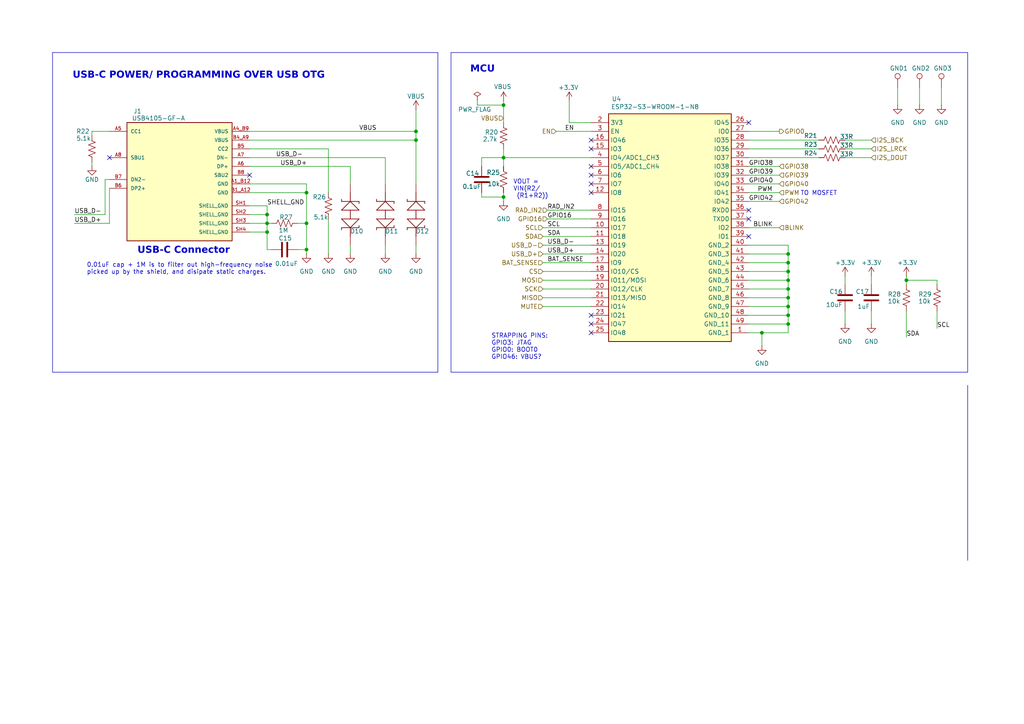
<source format=kicad_sch>
(kicad_sch (version 20250114) (generator "eeschema") (generator_version "9.0")
  (paper "A4")
  (lib_symbols
    (symbol "C_1" (pin_numbers (hide yes)) (pin_names (offset 0.254))
      (property "Reference" "C" (at 0.635 2.54 0))
      (property "Value" "C" (at 0.635 -2.54 0))
      (symbol "C_1_0_1"
        (polyline (pts (xy -2.032 0.762) (xy 2.032 0.762)) (stroke (width 0.508)))
        (polyline (pts (xy -2.032 -0.762) (xy 2.032 -0.762)) (stroke (width 0.508)))
      )
      (symbol "C_1_1_1"
        (pin passive line (at 0 3.81 270) (length 2.794) (name "~") (number "1"))
        (pin passive line (at 0 -3.81 90) (length 2.794) (name "~") (number "2"))
      )
    )
    (symbol "C_2" (pin_numbers (hide yes)) (pin_names (offset 0.254))
      (property "Reference" "C" (at 0.635 2.54 0))
      (property "Value" "C" (at 0.635 -2.54 0))
      (symbol "C_2_0_1"
        (polyline (pts (xy -2.032 0.762) (xy 2.032 0.762)) (stroke (width 0.508)))
        (polyline (pts (xy -2.032 -0.762) (xy 2.032 -0.762)) (stroke (width 0.508)))
      )
      (symbol "C_2_1_1"
        (pin passive line (at 0 3.81 270) (length 2.794) (name "~") (number "1"))
        (pin passive line (at 0 -3.81 90) (length 2.794) (name "~") (number "2"))
      )
    )
    (symbol "C_3" (pin_numbers (hide yes)) (pin_names (offset 0.254))
      (property "Reference" "C" (at 0.635 2.54 0))
      (property "Value" "C" (at 0.635 -2.54 0))
      (symbol "C_3_0_1"
        (polyline (pts (xy -2.032 0.762) (xy 2.032 0.762)) (stroke (width 0.508)))
        (polyline (pts (xy -2.032 -0.762) (xy 2.032 -0.762)) (stroke (width 0.508)))
      )
      (symbol "C_3_1_1"
        (pin passive line (at 0 3.81 270) (length 2.794) (name "~") (number "1"))
        (pin passive line (at 0 -3.81 90) (length 2.794) (name "~") (number "2"))
      )
    )
    (symbol "Connector:TestPoint" (pin_numbers (hide yes)) (pin_names (offset 0.762) (hide yes))
      (property "Reference" "TP" (at 0 6.858 0))
      (property "Value" "TestPoint" (at 0 5.08 0))
      (symbol "TestPoint_0_1"
        (circle (center 0 3.302) (radius 0.762))
      )
      (symbol "TestPoint_1_1"
        (pin passive line (at 0 0 90) (length 2.54) (name "1") (number "1"))
      )
    )
    (symbol "Device:C" (pin_numbers (hide yes)) (pin_names (offset 0.254))
      (property "Reference" "C" (at 0.635 2.54 0))
      (property "Value" "C" (at 0.635 -2.54 0))
      (symbol "C_0_1"
        (polyline (pts (xy -2.032 0.762) (xy 2.032 0.762)) (stroke (width 0.508)))
        (polyline (pts (xy -2.032 -0.762) (xy 2.032 -0.762)) (stroke (width 0.508)))
      )
      (symbol "C_1_1"
        (pin passive line (at 0 3.81 270) (length 2.794) (name "~") (number "1"))
        (pin passive line (at 0 -3.81 90) (length 2.794) (name "~") (number "2"))
      )
    )
    (symbol "Device:R_US" (pin_numbers (hide yes)) (pin_names (offset 0))
      (property "Reference" "R" (at 2.54 0 90))
      (property "Value" "R_US" (at -2.54 0 90))
      (symbol "R_US_0_1"
        (polyline (pts (xy 0 2.286) (xy 0 2.54)))
        (polyline (pts (xy 0 2.286) (xy 1.016 1.905) (xy 0 1.524) (xy -1.016 1.143) (xy 0 0.762)))
        (polyline (pts (xy 0 0.762) (xy 1.016 0.381) (xy 0 0) (xy -1.016 -0.381) (xy 0 -0.762)))
        (polyline (pts (xy 0 -0.762) (xy 1.016 -1.143) (xy 0 -1.524) (xy -1.016 -1.905) (xy 0 -2.286)))
        (polyline (pts (xy 0 -2.286) (xy 0 -2.54)))
      )
      (symbol "R_US_1_1"
        (pin passive line (at 0 3.81 270) (length 1.27) (name "~") (number "1"))
        (pin passive line (at 0 -3.81 90) (length 1.27) (name "~") (number "2"))
      )
    )
    (symbol "ESP32-S3-WROOM-1-N8:ESP32-S3-WROOM-1-N8"
      (property "Reference" "U" (at -10.16 29.21 0))
      (property "Value" "ESP32-S3-WROOM-1-N8" (at -10.16 26.67 0))
      (symbol "ESP32-S3-WROOM-1-N8_1_1"
        (rectangle (start -10.16 24.13) (end 25.4 -41.91) (stroke (width 0.254)) (fill (type background)))
        (pin passive line (at -15.24 21.59 0) (length 5.08) (name "3V3") (number "2"))
        (pin passive line (at -15.24 19.05 0) (length 5.08) (name "EN") (number "3"))
        (pin passive line (at -15.24 16.51 0) (length 5.08) (name "IO46") (number "16"))
        (pin passive line (at -15.24 13.97 0) (length 5.08) (name "IO3") (number "15"))
        (pin passive line (at -15.24 11.43 0) (length 5.08) (name "IO4/ADC1_CH3") (number "4"))
        (pin passive line (at -15.24 8.89 0) (length 5.08) (name "IO5/ADC1_CH4") (number "5"))
        (pin passive line (at -15.24 6.35 0) (length 5.08) (name "IO6") (number "6"))
        (pin passive line (at -15.24 3.81 0) (length 5.08) (name "IO7") (number "7"))
        (pin passive line (at -15.24 1.27 0) (length 5.08) (name "IO8") (number "12"))
        (pin passive line (at -15.24 -3.81 0) (length 5.08) (name "IO15") (number "8"))
        (pin passive line (at -15.24 -6.35 0) (length 5.08) (name "IO16") (number "9"))
        (pin passive line (at -15.24 -8.89 0) (length 5.08) (name "IO17") (number "10"))
        (pin passive line (at -15.24 -11.43 0) (length 5.08) (name "IO18") (number "11"))
        (pin passive line (at -15.24 -13.97 0) (length 5.08) (name "IO19") (number "13"))
        (pin passive line (at -15.24 -16.51 0) (length 5.08) (name "IO20") (number "14"))
        (pin passive line (at -15.24 -19.05 0) (length 5.08) (name "IO9") (number "17"))
        (pin passive line (at -15.24 -21.59 0) (length 5.08) (name "IO10/CS") (number "18"))
        (pin passive line (at -15.24 -24.13 0) (length 5.08) (name "IO11/MOSI") (number "19"))
        (pin passive line (at -15.24 -26.67 0) (length 5.08) (name "IO12/CLK") (number "20"))
        (pin passive line (at -15.24 -29.21 0) (length 5.08) (name "IO13/MISO") (number "21"))
        (pin passive line (at -15.24 -31.75 0) (length 5.08) (name "IO14") (number "22"))
        (pin passive line (at -15.24 -34.29 0) (length 5.08) (name "IO21") (number "23"))
        (pin passive line (at -15.24 -36.83 0) (length 5.08) (name "IO47") (number "24"))
        (pin passive line (at -15.24 -39.37 0) (length 5.08) (name "IO48") (number "25"))
        (pin passive line (at 30.48 21.59 180) (length 5.08) (name "IO45") (number "26"))
        (pin passive line (at 30.48 19.05 180) (length 5.08) (name "IO0") (number "27"))
        (pin passive line (at 30.48 16.51 180) (length 5.08) (name "IO35") (number "28"))
        (pin passive line (at 30.48 13.97 180) (length 5.08) (name "IO36") (number "29"))
        (pin passive line (at 30.48 11.43 180) (length 5.08) (name "IO37") (number "30"))
        (pin passive line (at 30.48 8.89 180) (length 5.08) (name "IO38") (number "31"))
        (pin passive line (at 30.48 6.35 180) (length 5.08) (name "IO39") (number "32"))
        (pin passive line (at 30.48 3.81 180) (length 5.08) (name "IO40") (number "33"))
        (pin passive line (at 30.48 1.27 180) (length 5.08) (name "IO41") (number "34"))
        (pin passive line (at 30.48 -1.27 180) (length 5.08) (name "IO42") (number "35"))
        (pin passive line (at 30.48 -3.81 180) (length 5.08) (name "RXD0") (number "36"))
        (pin passive line (at 30.48 -6.35 180) (length 5.08) (name "TXD0") (number "37"))
        (pin passive line (at 30.48 -8.89 180) (length 5.08) (name "IO2") (number "38"))
        (pin passive line (at 30.48 -11.43 180) (length 5.08) (name "IO1") (number "39"))
        (pin passive line (at 30.48 -13.97 180) (length 5.08) (name "GND_2") (number "40"))
        (pin passive line (at 30.48 -16.51 180) (length 5.08) (name "GND_3") (number "41"))
        (pin passive line (at 30.48 -19.05 180) (length 5.08) (name "GND_4") (number "42"))
        (pin passive line (at 30.48 -21.59 180) (length 5.08) (name "GND_5") (number "43"))
        (pin passive line (at 30.48 -24.13 180) (length 5.08) (name "GND_6") (number "44"))
        (pin passive line (at 30.48 -26.67 180) (length 5.08) (name "GND_7") (number "45"))
        (pin passive line (at 30.48 -29.21 180) (length 5.08) (name "GND_8") (number "46"))
        (pin passive line (at 30.48 -31.75 180) (length 5.08) (name "GND_9") (number "47"))
        (pin passive line (at 30.48 -34.29 180) (length 5.08) (name "GND_10") (number "48"))
        (pin passive line (at 30.48 -36.83 180) (length 5.08) (name "GND_11") (number "49"))
        (pin passive line (at 30.48 -39.37 180) (length 5.08) (name "GND_1") (number "1"))
      )
    )
    (symbol "PESD5V0S1BA_2" (pin_numbers (hide yes)) (pin_names (offset 0.254) (hide yes))
      (property "Reference" "CR" (at 9.525 -5.715 0))
      (property "Value" "PESD5V0S1BA" (at 8.89 -9.525 0))
      (symbol "PESD5V0S1BA_2_0_1"
        (polyline (pts (xy 2.54 0) (xy 5.08 0)) (stroke (width 0.2032)))
        (polyline (pts (xy 5.08 2.54) (xy 4.445 2.54)) (stroke (width 0.2032)))
        (polyline (pts (xy 5.08 2.54) (xy 5.08 -2.54)) (stroke (width 0.2032)))
        (polyline (pts (xy 5.08 -2.54) (xy 5.715 -2.54)) (stroke (width 0.2032)))
        (polyline (pts (xy 7.62 2.54) (xy 5.08 0)) (stroke (width 0.2032)))
        (polyline (pts (xy 7.62 2.54) (xy 7.62 -2.54)) (stroke (width 0.2032)))
        (polyline (pts (xy 7.62 -2.54) (xy 5.08 0)) (stroke (width 0.2032)))
        (polyline (pts (xy 10.16 2.54) (xy 12.7 0)) (stroke (width 0.2032)))
        (polyline (pts (xy 10.16 0) (xy 7.62 0)) (stroke (width 0.2032)))
        (polyline (pts (xy 10.16 -2.54) (xy 10.16 2.54)) (stroke (width 0.2032)))
        (polyline (pts (xy 10.16 -2.54) (xy 12.7 0)) (stroke (width 0.2032)))
        (polyline (pts (xy 12.7 2.54) (xy 13.335 2.54)) (stroke (width 0.2032)))
        (polyline (pts (xy 12.7 -2.54) (xy 12.065 -2.54)) (stroke (width 0.2032)))
        (polyline (pts (xy 12.7 -2.54) (xy 12.7 2.54)) (stroke (width 0.2032)))
        (polyline (pts (xy 15.24 0) (xy 12.7 0)) (stroke (width 0.2032)))
      )
      (symbol "PESD5V0S1BA_2_1_1"
        (pin power_in line (at 0 0 0) (length 2.54) (name "1") (number "1"))
        (pin passive line (at 17.78 0 180) (length 2.54) (name "2") (number "2"))
      )
    )
    (symbol "USB4105-GF-A_1" (pin_names (offset 1.016))
      (property "Reference" "J" (at -13.97 13.462 0))
      (property "Value" "USB4105-GF-A" (at -14.732 -25.4 0))
      (symbol "USB4105-GF-A_1_0_0"
        (rectangle (start -15.24 12.7) (end 15.24 -21.59) (stroke (width 0.254)) (fill (type background)))
        (pin bidirectional line (at -20.32 10.16 0) (length 5.08) (name "CC1") (number "A5"))
        (pin bidirectional line (at -20.32 2.54 0) (length 5.08) (name "SBU1") (number "A8"))
        (pin power_in line (at 20.32 7.62 180) (length 5.08) (name "VBUS") (number "B4_A9"))
        (pin bidirectional line (at 20.32 5.08 180) (length 5.08) (name "CC2") (number "B5"))
        (pin bidirectional line (at 20.32 -2.54 180) (length 5.08) (name "SBU2") (number "B8"))
        (pin power_in line (at 20.32 -5.08 180) (length 5.08) (name "GND") (number "A1_B12"))
        (pin power_in line (at 20.32 -7.62 180) (length 5.08) (name "GND") (number "B1_A12"))
      )
      (symbol "USB4105-GF-A_1_1_0"
        (pin bidirectional line (at -20.32 -3.81 0) (length 5.08) (name "DN2-") (number "B7"))
        (pin bidirectional line (at -20.32 -6.35 0) (length 5.08) (name "DP2+") (number "B6"))
        (pin power_in line (at 20.32 10.16 180) (length 5.08) (name "VBUS") (number "A4_B9"))
        (pin bidirectional line (at 20.32 2.54 180) (length 5.08) (name "DN-") (number "A7"))
        (pin bidirectional line (at 20.32 0 180) (length 5.08) (name "DP+") (number "A6"))
        (pin passive line (at 20.32 -11.43 180) (length 5.08) (name "SHELL_GND") (number "SH1"))
        (pin passive line (at 20.32 -13.97 180) (length 5.08) (name "SHELL_GND") (number "SH2"))
        (pin passive line (at 20.32 -16.51 180) (length 5.08) (name "SHELL_GND") (number "SH3"))
        (pin passive line (at 20.32 -19.05 180) (length 5.08) (name "SHELL_GND") (number "SH4"))
      )
    )
    (symbol "power:+3.3V" (power) (pin_numbers (hide yes)) (pin_names (offset 0) (hide yes))
      (property "Value" "+3.3V" (at 0 3.556 0))
      (symbol "+3.3V_0_1"
        (polyline (pts (xy -0.762 1.27) (xy 0 2.54)))
        (polyline (pts (xy 0 2.54) (xy 0.762 1.27)))
        (polyline (pts (xy 0 0) (xy 0 2.54)))
      )
      (symbol "+3.3V_1_1"
        (pin power_in line (at 0 0 90) (length 0) (name "~") (number "1"))
      )
    )
    (symbol "power:+BATT" (power) (pin_numbers (hide yes)) (pin_names (offset 0) (hide yes))
      (property "Value" "+BATT" (at 0 3.556 0))
      (symbol "+BATT_0_1"
        (polyline (pts (xy -0.762 1.27) (xy 0 2.54)))
        (polyline (pts (xy 0 2.54) (xy 0.762 1.27)))
        (polyline (pts (xy 0 0) (xy 0 2.54)))
      )
      (symbol "+BATT_1_1"
        (pin power_in line (at 0 0 90) (length 0) (name "~") (number "1"))
      )
    )
    (symbol "power:GND" (power) (pin_numbers (hide yes)) (pin_names (offset 0) (hide yes))
      (property "Value" "GND" (at 0 -3.81 0))
      (symbol "GND_0_1"
        (polyline (pts (xy 0 0) (xy 0 -1.27) (xy 1.27 -1.27) (xy 0 -2.54) (xy -1.27 -1.27) (xy 0 -1.27)))
      )
      (symbol "GND_1_1"
        (pin power_in line (at 0 0 270) (length 0) (name "~") (number "1"))
      )
    )
    (symbol "power:PWR_FLAG" (power) (pin_numbers (hide yes)) (pin_names (offset 0) (hide yes))
      (property "Value" "PWR_FLAG" (at 0 3.81 0))
      (symbol "PWR_FLAG_0_0"
        (pin power_out line (at 0 0 90) (length 0) (name "~") (number "1"))
      )
      (symbol "PWR_FLAG_0_1"
        (polyline (pts (xy 0 0) (xy 0 1.27) (xy -1.016 1.905) (xy 0 2.54) (xy 1.016 1.905) (xy 0 1.27)))
      )
    )
    (symbol "power:VBUS" (power) (pin_numbers (hide yes)) (pin_names (offset 0) (hide yes))
      (property "Value" "VBUS" (at 0 3.556 0))
      (symbol "VBUS_0_1"
        (polyline (pts (xy -0.762 1.27) (xy 0 2.54)))
        (polyline (pts (xy 0 2.54) (xy 0.762 1.27)))
        (polyline (pts (xy 0 0) (xy 0 2.54)))
      )
      (symbol "VBUS_1_1"
        (pin power_in line (at 0 0 90) (length 0) (name "~") (number "1"))
      )
    )
  )
  (rectangle (start 130.81 15.24) (end 280.67 107.95))
  (rectangle (start 15.24 15.24) (end 127 107.95))
  (text "USB-C POWER/ PROGRAMMING OVER USB OTG" (at 21.082 23.622 0) (effects (font (size 2 2) (thickness 1.016) (bold yes)) (justify left bottom)))
  (text "0.01uF cap + 1M is to filter out high-frequency noise \npicked up by the shield, and disipate static charges." (at 25.146 77.978 0) (effects (font (size 1.27 1.27)) (justify left)))
  (text "MCU" (at 136.398 21.844 0) (effects (font (size 2 2) (thickness 1.016) (bold yes)) (justify left bottom)))
  (text "VOUT = \nVIN(R2/\n (R1+R2))" (at 148.844 54.864 0) (effects (font (size 1.27 1.27)) (justify left)))
  (text "TO MOSFET" (at 232.156 56.134 0) (effects (font (size 1.27 1.27)) (justify left)))
  (text "USB-C Connector" (at 39.878 74.422 0) (effects (font (size 2 2) (thickness 0.4064) (bold yes)) (justify left bottom)))
  (text "STRAPPING PINS: \nGPIO3: JTAG\nGPIO0: BOOT0\nGPIO46: VBUS?" (at 142.494 100.584 0) (effects (font (size 1.27 1.27)) (justify left)))
  (junction (at 88.9 55.88))
  (junction (at 120.65 40.64))
  (junction (at 146.05 45.72))
  (junction (at 146.05 57.15))
  (junction (at 228.6 86.36))
  (junction (at 88.9 64.77))
  (junction (at 262.89 81.28))
  (junction (at 146.05 30.48))
  (junction (at 228.6 88.9))
  (junction (at 77.47 67.31))
  (junction (at 220.98 96.52))
  (junction (at 228.6 76.2))
  (junction (at 228.6 91.44))
  (junction (at 228.6 73.66))
  (junction (at 77.47 64.77))
  (junction (at 228.6 83.82))
  (junction (at 228.6 78.74))
  (junction (at 228.6 93.98))
  (junction (at 88.9 72.39))
  (junction (at 228.6 81.28))
  (junction (at 120.65 38.1))
  (junction (at 77.47 62.23))
  (no_connect (at 72.39 50.8))
  (no_connect (at 171.45 40.64))
  (no_connect (at 217.17 35.56))
  (no_connect (at 171.45 93.98))
  (no_connect (at 171.45 91.44))
  (no_connect (at 171.45 43.18))
  (no_connect (at 171.45 48.26))
  (no_connect (at 217.17 68.58))
  (no_connect (at 171.45 55.88))
  (no_connect (at 171.45 50.8))
  (no_connect (at 217.17 60.96))
  (no_connect (at 171.45 53.34))
  (no_connect (at 31.75 45.72))
  (no_connect (at 217.17 63.5))
  (no_connect (at 171.45 96.52))
  (wire (pts (xy 157.48 86.36) (xy 171.45 86.36)))
  (wire (pts (xy 120.65 40.64) (xy 120.65 53.34)))
  (wire (pts (xy 146.05 45.72) (xy 146.05 48.26)))
  (wire (pts (xy 228.6 91.44) (xy 217.17 91.44)))
  (wire (pts (xy 158.75 63.5) (xy 171.45 63.5)))
  (wire (pts (xy 120.65 38.1) (xy 120.65 40.64)))
  (wire (pts (xy 120.65 31.75) (xy 120.65 38.1)))
  (wire (pts (xy 217.17 45.72) (xy 237.49 45.72)))
  (wire (pts (xy 77.47 72.39) (xy 77.47 67.31)))
  (wire (pts (xy 266.7 25.4) (xy 266.7 30.48)))
  (wire (pts (xy 228.6 78.74) (xy 228.6 81.28)))
  (wire (pts (xy 139.7 45.72) (xy 146.05 45.72)))
  (wire (pts (xy 228.6 86.36) (xy 228.6 88.9)))
  (wire (pts (xy 161.29 38.1) (xy 171.45 38.1)))
  (wire (pts (xy 245.11 43.18) (xy 252.73 43.18)))
  (wire (pts (xy 157.48 73.66) (xy 171.45 73.66)))
  (wire (pts (xy 111.76 45.72) (xy 111.76 53.34)))
  (wire (pts (xy 88.9 64.77) (xy 88.9 72.39)))
  (wire (pts (xy 146.05 43.18) (xy 146.05 45.72)))
  (wire (pts (xy 72.39 53.34) (xy 88.9 53.34)))
  (wire (pts (xy 217.17 71.12) (xy 228.6 71.12)))
  (wire (pts (xy 101.6 48.26) (xy 101.6 53.34)))
  (wire (pts (xy 220.98 96.52) (xy 220.98 100.33)))
  (wire (pts (xy 217.17 48.26) (xy 226.06 48.26)))
  (wire (pts (xy 111.76 71.12) (xy 111.76 73.66)))
  (wire (pts (xy 31.75 38.1) (xy 26.67 38.1)))
  (wire (pts (xy 146.05 30.48) (xy 146.05 35.56)))
  (wire (pts (xy 217.17 86.36) (xy 228.6 86.36)))
  (wire (pts (xy 217.17 96.52) (xy 220.98 96.52)))
  (wire (pts (xy 72.39 67.31) (xy 77.47 67.31)))
  (wire (pts (xy 245.11 80.01) (xy 245.11 82.55)))
  (wire (pts (xy 72.39 62.23) (xy 77.47 62.23)))
  (wire (pts (xy 271.78 81.28) (xy 271.78 82.55)))
  (wire (pts (xy 217.17 38.1) (xy 226.06 38.1)))
  (wire (pts (xy 26.67 38.1) (xy 26.67 39.37)))
  (wire (pts (xy 95.25 43.18) (xy 95.25 55.88)))
  (wire (pts (xy 217.17 55.88) (xy 226.06 55.88)))
  (wire (pts (xy 228.6 73.66) (xy 228.6 76.2)))
  (wire (pts (xy 72.39 43.18) (xy 95.25 43.18)))
  (wire (pts (xy 165.1 35.56) (xy 171.45 35.56)))
  (wire (pts (xy 138.43 29.21) (xy 138.43 30.48)))
  (wire (pts (xy 88.9 55.88) (xy 88.9 64.77)))
  (wire (pts (xy 157.48 71.12) (xy 171.45 71.12)))
  (wire (pts (xy 217.17 73.66) (xy 228.6 73.66)))
  (wire (pts (xy 30.48 52.07) (xy 30.48 62.23)))
  (wire (pts (xy 245.11 90.17) (xy 245.11 93.98)))
  (wire (pts (xy 217.17 58.42) (xy 226.06 58.42)))
  (wire (pts (xy 95.25 63.5) (xy 95.25 73.66)))
  (wire (pts (xy 262.89 90.17) (xy 262.89 97.79)))
  (wire (pts (xy 228.6 71.12) (xy 228.6 73.66)))
  (wire (pts (xy 72.39 38.1) (xy 120.65 38.1)))
  (wire (pts (xy 77.47 59.69) (xy 77.47 62.23)))
  (wire (pts (xy 157.48 88.9) (xy 171.45 88.9)))
  (wire (pts (xy 228.6 93.98) (xy 228.6 96.52)))
  (wire (pts (xy 157.48 81.28) (xy 171.45 81.28)))
  (wire (pts (xy 171.45 45.72) (xy 146.05 45.72)))
  (wire (pts (xy 228.6 91.44) (xy 228.6 93.98)))
  (wire (pts (xy 146.05 57.15) (xy 146.05 58.42)))
  (wire (pts (xy 139.7 57.15) (xy 146.05 57.15)))
  (wire (pts (xy 72.39 48.26) (xy 101.6 48.26)))
  (wire (pts (xy 72.39 45.72) (xy 111.76 45.72)))
  (wire (pts (xy 157.48 66.04) (xy 171.45 66.04)))
  (wire (pts (xy 21.59 62.23) (xy 30.48 62.23)))
  (wire (pts (xy 217.17 83.82) (xy 228.6 83.82)))
  (wire (pts (xy 217.17 78.74) (xy 228.6 78.74)))
  (wire (pts (xy 86.36 64.77) (xy 88.9 64.77)))
  (wire (pts (xy 262.89 81.28) (xy 262.89 82.55)))
  (wire (pts (xy 217.17 53.34) (xy 226.06 53.34)))
  (wire (pts (xy 217.17 40.64) (xy 237.49 40.64)))
  (wire (pts (xy 77.47 72.39) (xy 78.74 72.39)))
  (wire (pts (xy 31.75 52.07) (xy 30.48 52.07)))
  (wire (pts (xy 217.17 66.04) (xy 226.06 66.04)))
  (wire (pts (xy 26.67 46.99) (xy 26.67 48.26)))
  (wire (pts (xy 245.11 45.72) (xy 252.73 45.72)))
  (polyline (pts (xy 280.67 111.76) (xy 280.67 162.56)))
  (wire (pts (xy 228.6 81.28) (xy 228.6 83.82)))
  (wire (pts (xy 217.17 50.8) (xy 226.06 50.8)))
  (wire (pts (xy 72.39 64.77) (xy 77.47 64.77)))
  (wire (pts (xy 273.05 25.4) (xy 273.05 30.48)))
  (wire (pts (xy 260.35 25.4) (xy 260.35 30.48)))
  (wire (pts (xy 88.9 72.39) (xy 88.9 73.66)))
  (wire (pts (xy 228.6 88.9) (xy 228.6 91.44)))
  (wire (pts (xy 72.39 55.88) (xy 88.9 55.88)))
  (wire (pts (xy 228.6 76.2) (xy 228.6 78.74)))
  (wire (pts (xy 228.6 83.82) (xy 228.6 86.36)))
  (wire (pts (xy 146.05 55.88) (xy 146.05 57.15)))
  (wire (pts (xy 157.48 78.74) (xy 171.45 78.74)))
  (wire (pts (xy 77.47 64.77) (xy 77.47 67.31)))
  (wire (pts (xy 245.11 40.64) (xy 252.73 40.64)))
  (wire (pts (xy 101.6 71.12) (xy 101.6 73.66)))
  (wire (pts (xy 86.36 72.39) (xy 88.9 72.39)))
  (wire (pts (xy 77.47 62.23) (xy 77.47 64.77)))
  (wire (pts (xy 157.48 83.82) (xy 171.45 83.82)))
  (wire (pts (xy 139.7 48.26) (xy 139.7 45.72)))
  (wire (pts (xy 217.17 93.98) (xy 228.6 93.98)))
  (wire (pts (xy 138.43 30.48) (xy 146.05 30.48)))
  (wire (pts (xy 157.48 68.58) (xy 171.45 68.58)))
  (wire (pts (xy 262.89 81.28) (xy 271.78 81.28)))
  (wire (pts (xy 252.73 90.17) (xy 252.73 93.98)))
  (wire (pts (xy 157.48 76.2) (xy 171.45 76.2)))
  (wire (pts (xy 72.39 59.69) (xy 77.47 59.69)))
  (wire (pts (xy 217.17 81.28) (xy 228.6 81.28)))
  (wire (pts (xy 271.78 90.17) (xy 271.78 95.25)))
  (wire (pts (xy 165.1 29.21) (xy 165.1 35.56)))
  (wire (pts (xy 217.17 43.18) (xy 237.49 43.18)))
  (wire (pts (xy 88.9 53.34) (xy 88.9 55.88)))
  (wire (pts (xy 217.17 88.9) (xy 228.6 88.9)))
  (wire (pts (xy 252.73 80.01) (xy 252.73 82.55)))
  (wire (pts (xy 262.89 80.01) (xy 262.89 81.28)))
  (wire (pts (xy 72.39 40.64) (xy 120.65 40.64)))
  (wire (pts (xy 120.65 71.12) (xy 120.65 73.66)))
  (wire (pts (xy 78.74 64.77) (xy 77.47 64.77)))
  (wire (pts (xy 21.59 64.77) (xy 31.75 64.77)))
  (wire (pts (xy 146.05 29.21) (xy 146.05 30.48)))
  (wire (pts (xy 139.7 55.88) (xy 139.7 57.15)))
  (wire (pts (xy 158.75 60.96) (xy 171.45 60.96)))
  (wire (pts (xy 217.17 76.2) (xy 228.6 76.2)))
  (wire (pts (xy 31.75 64.77) (xy 31.75 54.61)))
  (wire (pts (xy 220.98 96.52) (xy 228.6 96.52)))
  (label "USB_D+" (at 158.75 73.66 0))
  (label "PWM" (at 219.71 55.88 0))
  (label "SHELL_GND" (at 77.47 59.69 0))
  (label "SDA" (at 158.75 68.58 0))
  (label "USB_D-" (at 80.01 45.72 0))
  (label "GPIO42" (at 217.17 58.42 0))
  (label "SCL" (at 158.75 66.04 0))
  (label "GPIO16" (at 158.75 63.5 0))
  (label "USB_D-" (at 158.75 71.12 0))
  (label "SCL" (at 271.78 95.25 0))
  (label "GPIO40" (at 217.17 53.34 0))
  (label "EN" (at 163.83 38.1 0))
  (label "BLINK" (at 218.44 66.04 0))
  (label "USB_D+" (at 81.28 48.26 0))
  (label "USB_D-" (at 21.59 62.23 0))
  (label "USB_D+" (at 21.59 64.77 0))
  (label "RAD_IN2" (at 158.75 60.96 0))
  (label "GPIO39" (at 217.17 50.8 0))
  (label "VBUS" (at 104.14 38.1 0))
  (label "BAT_SENSE" (at 158.75 76.2 0))
  (label "GPIO38" (at 217.17 48.26 0))
  (label "SDA" (at 262.89 97.79 0))
  (hierarchical_label "I2S_BCK" (shape input) (at 252.73 40.64 0))
  (hierarchical_label "USB_D+" (shape input) (at 157.48 73.66 180))
  (hierarchical_label "GPIO0" (shape output) (at 226.06 38.1 0))
  (hierarchical_label "I2S_DOUT" (shape input) (at 252.73 45.72 0))
  (hierarchical_label "SDA" (shape input) (at 157.48 68.58 180))
  (hierarchical_label "CS" (shape input) (at 157.48 78.74 180))
  (hierarchical_label "GPIO40" (shape input) (at 226.06 53.34 0))
  (hierarchical_label "USB_D-" (shape input) (at 157.48 71.12 180))
  (hierarchical_label "BAT_SENSE" (shape input) (at 157.48 76.2 180))
  (hierarchical_label "RAD_IN2" (shape input) (at 158.75 60.96 180))
  (hierarchical_label "EN" (shape input) (at 161.29 38.1 180))
  (hierarchical_label "MISO" (shape input) (at 157.48 86.36 180))
  (hierarchical_label "PWM" (shape input) (at 226.06 55.88 0))
  (hierarchical_label "GPIO42" (shape input) (at 226.06 58.42 0))
  (hierarchical_label "GPIO39" (shape input) (at 226.06 50.8 0))
  (hierarchical_label "GPIO38" (shape input) (at 226.06 48.26 0))
  (hierarchical_label "I2S_LRCK" (shape input) (at 252.73 43.18 0))
  (hierarchical_label "SCL" (shape input) (at 157.48 66.04 180))
  (hierarchical_label "SCK" (shape input) (at 157.48 83.82 180))
  (hierarchical_label "GPIO16" (shape input) (at 158.75 63.5 180))
  (hierarchical_label "VBUS" (shape input) (at 146.05 34.29 180))
  (hierarchical_label "MOSI" (shape input) (at 157.48 81.28 180))
  (hierarchical_label "BLINK" (shape input) (at 226.06 66.04 0))
  (hierarchical_label "MUTE" (shape input) (at 157.48 88.9 180))
  (symbol (lib_name "PESD5V0S1BA_2") (lib_id "PESD5V0S1BA:PESD5V0S1BA") (at 101.6 71.12 90) (unit 1)
    (property "Reference" "D10" (at 105.41 67.056 90) (effects (justify left)))
    (property "Value" "PESD5V0S1BA" (effects (hide yes)))
    (property "Footprint" "Diode_SMD:D_SOD-323" (effects (hide yes)))
    (property "Datasheet" "PESD5V0S1BA" (effects (hide yes)))
    (property "Description" "ESD protection diode, 5.0Vrwm, SOD-323" (effects (hide yes)))
    (property "MPN" "PESD5V0S1BA,115" (effects (hide yes)))
  )
  (symbol (lib_id "power:GND") (at 26.67 48.26 0) (unit 1)
    (property "Reference" "#PWR043" (effects (hide yes)))
    (property "Value" "GND" (at 26.67 52.07 0))
  )
  (symbol (lib_name "USB4105-GF-A_1") (lib_id "USB4105-GF-A:USB4105-GF-A") (at 52.07 48.26 0) (unit 1)
    (property "Reference" "J1" (at 39.878 32.258 0))
    (property "Value" "USB4105-GF-A" (at 45.974 34.29 0))
    (property "Footprint" "USB4105-GF-A:GCT_USB4105-GF-A" (effects (hide yes)))
    (property "MPN" "USB4105-GF-A" (effects (hide yes)))
  )
  (symbol (lib_id "power:+3.3V") (at 245.11 80.01 0) (unit 1)
    (property "Reference" "#PWR050" (effects (hide yes)))
    (property "Value" "+3.3V" (at 245.11 76.2 0))
    (property "Description" "Power symbol creates a global label with name \"+3.3V\"" (effects (hide yes)))
  )
  (symbol (lib_id "power:GND") (at 220.98 100.33 0) (unit 1)
    (property "Reference" "#PWR055" (effects (hide yes)))
    (property "Value" "GND" (at 220.98 105.41 0))
    (property "Description" "Power symbol creates a global label with name \"GND\" , ground" (effects (hide yes)))
  )
  (symbol (lib_id "power:GND") (at 120.65 73.66 0) (unit 1)
    (property "Reference" "#PWR049" (effects (hide yes)))
    (property "Value" "GND" (at 120.65 78.74 0))
    (property "Description" "Power symbol creates a global label with name \"GND\" , ground" (effects (hide yes)))
  )
  (symbol (lib_id "power:GND") (at 111.76 73.66 0) (unit 1)
    (property "Reference" "#PWR048" (effects (hide yes)))
    (property "Value" "GND" (at 111.76 78.74 0))
    (property "Description" "Power symbol creates a global label with name \"GND\" , ground" (effects (hide yes)))
  )
  (symbol (lib_id "ESP32-S3-WROOM-1-N8:ESP32-S3-WROOM-1-N8") (at 186.69 57.15 0) (unit 1)
    (property "Reference" "U4" (at 178.816 28.702 0))
    (property "Value" "ESP32-S3-WROOM-1-N8" (at 189.992 30.988 0))
    (property "Footprint" "KiCad:ESP32S3WROOM1N8R2" (effects (hide yes)))
    (property "Datasheet" "https://www.espressif.com/sites/default/files/documentation/esp32-s3-wroom-1_wroom-1u_datasheet_en.pdf" (effects (hide yes)))
    (property "Description" "SMD MODULE, ESP32-S3, 8 MB SPI F" (effects (hide yes)))
    (property "Height" "3.25" (effects (hide yes)))
    (property "Mouser Part Number" "356-ESP32-S3WROOM1N8" (effects (hide yes)))
    (property "Mouser Price/Stock" "https://www.mouser.co.uk/ProductDetail/Espressif-Systems/ESP32-S3-WROOM-1-N8?qs=Wj%2FVkw3K%252BMC1mq0KGPvoSQ%3D%3D" (effects (hide yes)))
    (property "Manufacturer_Name" "Espressif Systems" (effects (hide yes)))
    (property "MPN" "ESP32-S3-WROOM-1-N8" (effects (hide yes)))
  )
  (symbol (lib_name "C_2") (lib_id "Device:C") (at 245.11 86.36 0) (unit 1)
    (property "Reference" "C16" (at 240.538 84.582 0) (effects (justify left)))
    (property "Value" "10uF" (at 239.522 88.392 0) (effects (justify left)))
    (property "Footprint" "Capacitor_SMD:C_0805_2012Metric" (effects (hide yes)))
    (property "Description" "Unpolarized capacitor" (effects (hide yes)))
    (property "MPN" "CL21B106KPQNNNE" (effects (hide yes)))
  )
  (symbol (lib_id "power:+BATT") (at 146.05 29.21 0) (unit 1)
    (property "Reference" "#PWR037" (effects (hide yes)))
    (property "Value" "VBUS" (at 145.796 25.146 0))
    (property "Description" "Power symbol creates a global label with name \"+BATT\"" (effects (hide yes)))
  )
  (symbol (lib_id "Device:R_US") (at 262.89 86.36 180) (unit 1)
    (property "Reference" "R28" (at 261.366 85.344 0) (effects (justify left)))
    (property "Value" "10k" (at 261.112 87.376 0) (effects (justify left)))
    (property "Footprint" "Resistor_SMD:R_0805_2012Metric" (effects (hide yes)))
    (property "Description" "Resistor, US symbol" (effects (hide yes)))
    (property "MPN" "RMCF0805FT10K0" (effects (hide yes)))
  )
  (symbol (lib_id "power:+3.3V") (at 165.1 29.21 0) (unit 1)
    (property "Reference" "#PWR038" (effects (hide yes)))
    (property "Value" "+3.3V" (at 164.846 25.4 0))
    (property "Description" "Power symbol creates a global label with name \"+3.3V\"" (effects (hide yes)))
  )
  (symbol (lib_id "Device:R_US") (at 271.78 86.36 180) (unit 1)
    (property "Reference" "R29" (at 270.256 85.344 0) (effects (justify left)))
    (property "Value" "10k" (at 270.002 87.376 0) (effects (justify left)))
    (property "Footprint" "Resistor_SMD:R_0805_2012Metric" (effects (hide yes)))
    (property "Description" "Resistor, US symbol" (effects (hide yes)))
    (property "MPN" "RMCF0805FT10K0" (effects (hide yes)))
  )
  (symbol (lib_id "Device:R_US") (at 95.25 59.69 0) (unit 1)
    (property "Reference" "R26" (at 90.678 57.15 0) (effects (justify left)))
    (property "Value" "5.1k" (at 90.932 62.992 0) (effects (justify left)))
    (property "Footprint" "Resistor_SMD:R_0805_2012Metric" (effects (hide yes)))
    (property "Description" "Resistor, US symbol" (effects (hide yes)))
    (property "MPN" "RC0805JR-075K1L" (effects (hide yes)))
  )
  (symbol (lib_id "power:GND") (at 245.11 93.98 0) (unit 1)
    (property "Reference" "#PWR053" (effects (hide yes)))
    (property "Value" "GND" (at 245.11 99.06 0))
    (property "Description" "Power symbol creates a global label with name \"GND\" , ground" (effects (hide yes)))
  )
  (symbol (lib_id "power:GND") (at 95.25 73.66 0) (unit 1)
    (property "Reference" "#PWR046" (effects (hide yes)))
    (property "Value" "GND" (at 95.25 78.74 0))
    (property "Description" "Power symbol creates a global label with name \"GND\" , ground" (effects (hide yes)))
  )
  (symbol (lib_id "power:GND") (at 88.9 73.66 0) (unit 1)
    (property "Reference" "#PWR045" (effects (hide yes)))
    (property "Value" "GND" (at 88.9 78.74 0))
    (property "Description" "Power symbol creates a global label with name \"GND\" , ground" (effects (hide yes)))
  )
  (symbol (lib_id "Device:R_US") (at 26.67 43.18 0) (unit 1)
    (property "Reference" "R22" (at 22.098 38.1 0) (effects (justify left)))
    (property "Value" "5.1k" (at 22.098 40.132 0) (effects (justify left)))
    (property "Footprint" "Resistor_SMD:R_0805_2012Metric" (effects (hide yes)))
    (property "Description" "Resistor, US symbol" (effects (hide yes)))
    (property "MPN" "RC0805JR-075K1L" (effects (hide yes)))
  )
  (symbol (lib_id "power:PWR_FLAG") (at 138.43 29.21 0) (unit 1)
    (property "Reference" "#FLG01" (effects (hide yes)))
    (property "Value" "PWR_FLAG" (at 137.668 31.75 0))
    (property "Description" "Special symbol for telling ERC where power comes from" (effects (hide yes)))
  )
  (symbol (lib_id "Device:R_US") (at 241.3 45.72 270) (unit 1)
    (property "Reference" "R24" (at 233.172 44.45 90) (effects (justify left)))
    (property "Value" "33R" (at 243.586 44.704 90) (effects (justify left)))
    (property "Footprint" "Resistor_SMD:R_0805_2012Metric" (effects (hide yes)))
    (property "Description" "Resistor, US symbol" (effects (hide yes)))
    (property "MPN" "RC0805FR-0733RL" (effects (hide yes)))
  )
  (symbol (lib_id "power:GND") (at 101.6 73.66 0) (unit 1)
    (property "Reference" "#PWR047" (effects (hide yes)))
    (property "Value" "GND" (at 101.6 78.74 0))
    (property "Description" "Power symbol creates a global label with name \"GND\" , ground" (effects (hide yes)))
  )
  (symbol (lib_id "Device:R_US") (at 146.05 52.07 180) (unit 1)
    (property "Reference" "R25" (at 145.034 50.038 0) (effects (justify left)))
    (property "Value" "10k" (at 145.034 53.34 0) (effects (justify left)))
    (property "Footprint" "Resistor_SMD:R_0805_2012Metric" (effects (hide yes)))
    (property "Description" "Resistor, US symbol" (effects (hide yes)))
    (property "MPN" "RMCF0805FT10K0" (effects (hide yes)))
  )
  (symbol (lib_name "PESD5V0S1BA_2") (lib_id "PESD5V0S1BA:PESD5V0S1BA") (at 120.65 71.12 90) (unit 1)
    (property "Reference" "D12" (at 124.46 67.056 90) (effects (justify left)))
    (property "Value" "PESD5V0S1BA" (effects (hide yes)))
    (property "Footprint" "Diode_SMD:D_SOD-323" (effects (hide yes)))
    (property "Datasheet" "PESD5V0S1BA" (effects (hide yes)))
    (property "Description" "ESD protection diode, 5.0Vrwm, SOD-323" (effects (hide yes)))
    (property "MPN" "PESD5V0S1BA,115" (effects (hide yes)))
  )
  (symbol (lib_id "Device:R_US") (at 146.05 39.37 180) (unit 1)
    (property "Reference" "R20" (at 144.526 38.354 0) (effects (justify left)))
    (property "Value" "2.7k" (at 144.272 40.386 0) (effects (justify left)))
    (property "Footprint" "Resistor_SMD:R_0805_2012Metric" (effects (hide yes)))
    (property "Description" "Resistor, US symbol" (effects (hide yes)))
    (property "MPN" "CRG0805F2K7" (effects (hide yes)))
  )
  (symbol (lib_id "Device:C") (at 139.7 52.07 0) (unit 1)
    (property "Reference" "C14" (at 135.128 50.292 0) (effects (justify left)))
    (property "Value" "0.1uF" (at 134.112 54.102 0) (effects (justify left)))
    (property "Footprint" "Capacitor_SMD:C_0805_2012Metric" (effects (hide yes)))
    (property "Description" "Unpolarized capacitor" (effects (hide yes)))
    (property "MPN" "CC0805KRX7R9BB104" (effects (hide yes)))
  )
  (symbol (lib_id "power:+3.3V") (at 262.89 80.01 0) (unit 1)
    (property "Reference" "#PWR052" (effects (hide yes)))
    (property "Value" "+3.3V" (at 263.144 76.2 0))
    (property "Description" "Power symbol creates a global label with name \"+3.3V\"" (effects (hide yes)))
  )
  (symbol (lib_id "power:+3.3V") (at 252.73 80.01 0) (unit 1)
    (property "Reference" "#PWR051" (effects (hide yes)))
    (property "Value" "+3.3V" (at 252.73 76.2 0))
    (property "Description" "Power symbol creates a global label with name \"+3.3V\"" (effects (hide yes)))
  )
  (symbol (lib_id "power:GND") (at 252.73 93.98 0) (unit 1)
    (property "Reference" "#PWR054" (effects (hide yes)))
    (property "Value" "GND" (at 252.73 99.06 0))
    (property "Description" "Power symbol creates a global label with name \"GND\" , ground" (effects (hide yes)))
  )
  (symbol (lib_id "Connector:TestPoint") (at 260.35 25.4 0) (unit 1)
    (property "Reference" "GND1" (at 258.064 19.812 0) (effects (justify left)))
    (property "Value" "TestPoint" (effects (hide yes)))
    (property "Footprint" "Connector_Pin:Pin_D1.0mm_L10.0mm" (effects (hide yes)))
    (property "Description" "test point" (effects (hide yes)))
  )
  (symbol (lib_id "Connector:TestPoint") (at 273.05 25.4 0) (unit 1)
    (property "Reference" "GND3" (at 270.764 19.812 0) (effects (justify left)))
    (property "Value" "TestPoint" (effects (hide yes)))
    (property "Footprint" "Connector_Pin:Pin_D1.0mm_L10.0mm" (effects (hide yes)))
    (property "Description" "test point" (effects (hide yes)))
  )
  (symbol (lib_id "power:GND") (at 260.35 30.48 0) (unit 1)
    (property "Reference" "#PWR039" (effects (hide yes)))
    (property "Value" "GND" (at 260.35 35.56 0))
    (property "Description" "Power symbol creates a global label with name \"GND\" , ground" (effects (hide yes)))
  )
  (symbol (lib_id "Device:R_US") (at 82.55 64.77 90) (unit 1)
    (property "Reference" "R27" (at 81.026 62.992 90) (effects (justify right)))
    (property "Value" "1M" (at 80.772 66.802 90) (effects (justify right)))
    (property "Footprint" "Resistor_SMD:R_0805_2012Metric" (effects (hide yes)))
    (property "Description" "Resistor, US symbol" (effects (hide yes)))
    (property "MPN" "RC0805JR-071ML" (effects (hide yes)))
  )
  (symbol (lib_id "Connector:TestPoint") (at 266.7 25.4 0) (unit 1)
    (property "Reference" "GND2" (at 264.414 19.812 0) (effects (justify left)))
    (property "Value" "TestPoint" (effects (hide yes)))
    (property "Footprint" "Connector_Pin:Pin_D1.0mm_L10.0mm" (effects (hide yes)))
    (property "Description" "test point" (effects (hide yes)))
  )
  (symbol (lib_id "power:GND") (at 273.05 30.48 0) (unit 1)
    (property "Reference" "#PWR041" (effects (hide yes)))
    (property "Value" "GND" (at 273.05 35.56 0))
    (property "Description" "Power symbol creates a global label with name \"GND\" , ground" (effects (hide yes)))
  )
  (symbol (lib_name "C_1") (lib_id "Device:C") (at 82.55 72.39 270) (unit 1)
    (property "Reference" "C15" (at 80.772 69.088 90) (effects (justify left)))
    (property "Value" "0.01uF" (at 79.756 76.454 90) (effects (justify left)))
    (property "Footprint" "Capacitor_SMD:C_0805_2012Metric" (effects (hide yes)))
    (property "Description" "Unpolarized capacitor" (effects (hide yes)))
    (property "MPN" "C0805C103K5RACTU" (effects (hide yes)))
  )
  (symbol (lib_id "power:VBUS") (at 120.65 31.75 0) (unit 1)
    (property "Reference" "#PWR042" (effects (hide yes)))
    (property "Value" "VBUS" (at 120.65 27.94 0))
    (property "Description" "Power symbol creates a global label with name \"VBUS\"" (effects (hide yes)))
  )
  (symbol (lib_name "C_3") (lib_id "Device:C") (at 252.73 86.36 0) (unit 1)
    (property "Reference" "C17" (at 248.158 84.582 0) (effects (justify left)))
    (property "Value" "1uF" (at 248.666 88.9 0) (effects (justify left)))
    (property "Footprint" "Capacitor_SMD:C_0805_2012Metric" (effects (hide yes)))
    (property "Description" "Unpolarized capacitor" (effects (hide yes)))
    (property "MPN" "CC0805KKX5R6BB105" (effects (hide yes)))
  )
  (symbol (lib_id "power:GND") (at 146.05 58.42 0) (unit 1)
    (property "Reference" "#PWR044" (effects (hide yes)))
    (property "Value" "GND" (at 146.05 63.5 0))
    (property "Description" "Power symbol creates a global label with name \"GND\" , ground" (effects (hide yes)))
  )
  (symbol (lib_id "power:GND") (at 266.7 30.48 0) (unit 1)
    (property "Reference" "#PWR040" (effects (hide yes)))
    (property "Value" "GND" (at 266.7 35.56 0))
    (property "Description" "Power symbol creates a global label with name \"GND\" , ground" (effects (hide yes)))
  )
  (symbol (lib_id "Device:R_US") (at 241.3 40.64 270) (unit 1)
    (property "Reference" "R21" (at 233.172 39.37 90) (effects (justify left)))
    (property "Value" "33R" (at 243.586 39.624 90) (effects (justify left)))
    (property "Footprint" "Resistor_SMD:R_0805_2012Metric" (effects (hide yes)))
    (property "Description" "Resistor, US symbol" (effects (hide yes)))
    (property "MPN" "RC0805FR-0733RL" (effects (hide yes)))
  )
  (symbol (lib_id "Device:R_US") (at 241.3 43.18 270) (unit 1)
    (property "Reference" "R23" (at 233.172 41.91 90) (effects (justify left)))
    (property "Value" "33R" (at 243.586 42.164 90) (effects (justify left)))
    (property "Footprint" "Resistor_SMD:R_0805_2012Metric" (effects (hide yes)))
    (property "Description" "Resistor, US symbol" (effects (hide yes)))
    (property "MPN" "RC0805FR-0733RL" (effects (hide yes)))
  )
  (symbol (lib_name "PESD5V0S1BA_2") (lib_id "PESD5V0S1BA:PESD5V0S1BA") (at 111.76 71.12 90) (unit 1)
    (property "Reference" "D11" (at 115.57 67.056 90) (effects (justify left)))
    (property "Value" "PESD5V0S1BA" (effects (hide yes)))
    (property "Footprint" "Diode_SMD:D_SOD-323" (effects (hide yes)))
    (property "Datasheet" "PESD5V0S1BA" (effects (hide yes)))
    (property "Description" "ESD protection diode, 5.0Vrwm, SOD-323" (effects (hide yes)))
    (property "MPN" "PESD5V0S1BA,115" (effects (hide yes)))
  )
)
</source>
